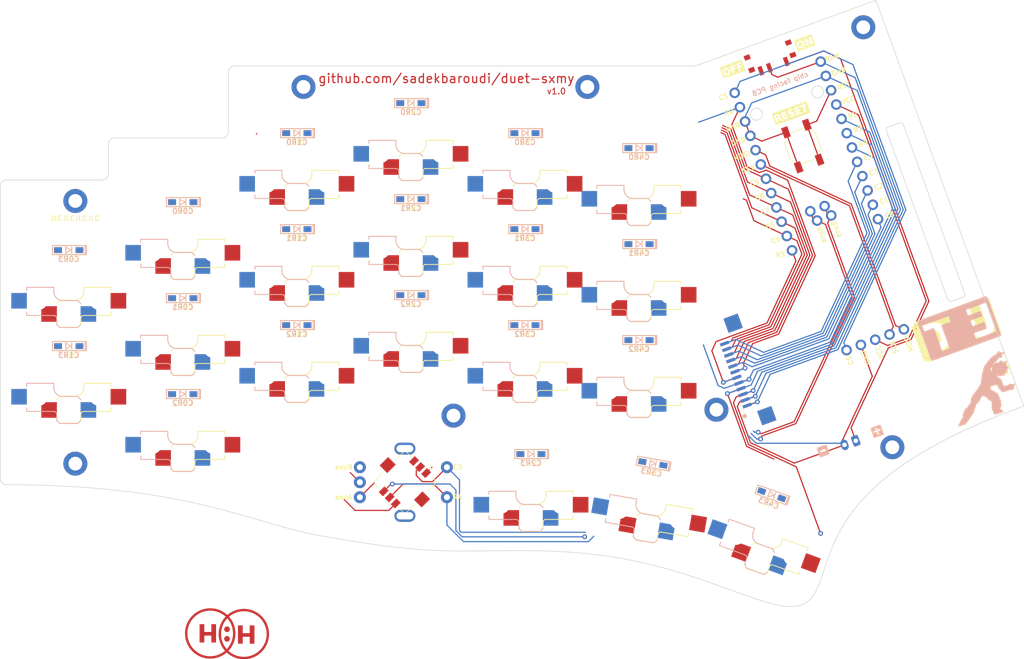
<source format=kicad_pcb>
(kicad_pcb (version 20221018) (generator pcbnew)
  (layers (0 "F.Cu" signal) (31 "B.Cu" signal) (34 "B.Paste" user) (35 "F.Paste" user) (36 "B.SilkS" user "B.Silkscreen") (37 "F.SilkS" user "F.Silkscreen") (38 "B.Mask" user) (39 "F.Mask" user) (44 "Edge.Cuts" user))
  (net 0 "")
  (net 1 "Net-(D20-A)")
  (net 2 "MOSI")
  (net 3 "GND")
  (net 4 "Net-(D1-A)")
  (net 5 "Net-(D2-A)")
  (net 6 "SCK")
  (net 7 "Net-(D3-A)")
  (net 8 "col5")
  (net 9 "Net-(D4-A)")
  (net 10 "Net-(D5-A)")
  (net 11 "row0")
  (net 12 "Net-(D6-A)")
  (net 13 "Net-(D7-A)")
  (net 14 "Net-(D8-A)")
  (net 15 "Net-(D9-A)")
  (net 16 "Net-(D10-A)")
  (net 17 "Net-(D11-A)")
  (net 18 "row1")
  (net 19 "row2")
  (net 20 "row3")
  (net 21 "Net-(D12-A)")
  (net 22 "Net-(D13-A)")
  (net 23 "Net-(D14-A)")
  (net 24 "Net-(D15-A)")
  (net 25 "col1")
  (net 26 "col0")
  (net 27 "col2")
  (net 28 "col3")
  (net 29 "col4")
  (net 30 "Net-(D16-A)")
  (net 31 "Net-(D17-A)")
  (net 32 "Net-(D18-A)")
  (net 33 "Net-(D19-A)")
  (net 34 "row4")
  (net 35 "col6")
  (net 36 "col7")
  (net 37 "col8")
  (net 38 "col9")
  (net 39 "BATIN")
  (net 40 "BAT")
  (net 41 "+3.3V")
  (net 42 "CS")
  (net 43 "RST")
  (net 45 "encA")
  (net 46 "encB")
  (footprint "fingerpunch:Switch_ChocV1-hotswap-minY-reversible" (layer "F.Cu") (at 139.840465 111.77391 -10)
    (fp_text reference "SW19" hide)
    (fp_text value "Switch" hide)
  )
  (footprint "fingerpunch:Switch_ChocV1-hotswap-minY-reversible" (layer "F.Cu") (at 42.500002 92.000002)
    (fp_text reference "SW17" hide)
    (fp_text value "Switch" hide)
  )
  (footprint "zzkeeb:Hole_M2-TH" (layer "F.Cu") (at 150.396379 97.91455 18)
    (fp_text reference "H7" hide)
    (fp_text value "MountingHole" hide)
  )
  (footprint "fingerpunch:Switch_ChocV1-hotswap-minY-reversible" (layer "F.Cu") (at 61.500009 99.999993)
    (fp_text reference "SW11" hide)
    (fp_text value "Switch" hide)
  )
  (footprint "fingerpunch:Switch_ChocV1-hotswap-minY-reversible" (layer "F.Cu") (at 118.499999 56.499998)
    (fp_text reference "SW4" hide)
    (fp_text value "Switch" hide)
  )
  (footprint "fingerpunch:Switch_ChocV1-hotswap-minY-reversible" (layer "F.Cu") (at 80.500009 56.499994)
    (fp_text reference "SW2" hide)
    (fp_text value "Switch" hide)
  )
  (footprint "fingerpunch:Switch_ChocV1-hotswap-minY-reversible" (layer "F.Cu") (at 99.500009 83.500003)
    (fp_text reference "SW13" hide)
    (fp_text value "Switch" hide)
  )
  (footprint "fingerpunch:Switch_ChocV1-hotswap-minY-reversible" (layer "F.Cu") (at 99.5 51.5)
    (fp_text reference "SW3" hide)
    (fp_text value "Switch" hide)
  )
  (footprint "zzkeeb:Switch_SPDT-PCM12" (layer "F.Cu") (at 159.43956 39.285858 -160)
    (fp_text reference "SW22" hide)
    (fp_text value "SW_SPDT" hide)
  )
  (footprint "fingerpunch:Switch_ChocV1-hotswap-minY-reversible" (layer "F.Cu") (at 137.500007 90.999997)
    (fp_text reference "SW15" hide)
    (fp_text value "Switch" hide)
  )
  (footprint "fingerpunch:Switch_ChocV1-hotswap-minY-reversible" (layer "F.Cu") (at 42.500008 75.999997)
    (fp_text reference "SW16" hide)
    (fp_text value "Switch" hide)
  )
  (footprint "zzkeeb:Connector_JST-1x02-2.00mm" (layer "F.Cu") (at 173.615074 103.085112 -160)
    (fp_text reference "J2" hide)
    (fp_text value "Conn_01x02_Socket" hide)
  )
  (footprint "fingerpunch:Switch_ChocV1-hotswap-minY-reversible" (layer "F.Cu") (at 118.500005 88.499996)
    (fp_text reference "SW14" hide)
    (fp_text value "Switch" hide)
  )
  (footprint "zzkeeb:Hole_M2-TH" (layer "F.Cu") (at 106.600008 98.89799 18)
    (fp_text reference "H6" hide)
    (fp_text value "MountingHole" hide)
  )
  (footprint "zzkeeb:Button_5way-SKRHABE010" (layer "F.Cu") (at 98.499999 110 -90)
    (fp_text reference "S1" hide)
    (fp_text value "Button_5way-SKRHABE010" hide)
  )
  (footprint "zzkeeb:MCU_nice-nano" (layer "F.Cu") (at 164.946085 54.41491 20)
    (fp_text reference "J1" hide)
    (fp_text value "N!N" hide)
  )
  (footprint "zzkeeb:Connector_FFC-12pin-1mm-horizontal" (layer "F.Cu") (at 155.046477 91.53967 110)
    (fp_text reference "J8" hide)
    (fp_text value "Conn_01x12_Socket")
  )
  (footprint "fingerpunch:Switch_ChocV1-hotswap-minY-reversible" (layer "F.Cu") (at 118.500004 72.499989)
    (fp_text reference "SW9" hide)
    (fp_text value "Switch" hide)
  )
  (footprint "zzkeeb:Hole_M2-TH" (layer "F.Cu") (at 43.601503 106.899928 18)
    (fp_text reference "H5" hide)
    (fp_text value "MountingHole" hide)
  )
  (footprint "fingerpunch:Switch_ChocV1-hotswap-minY-reversible" (layer "F.Cu") (at 159.618532 117.136369 -20)
    (fp_text reference "SW20" hide)
    (fp_text value "Switch" hide)
  )
  (footprint "fingerpunch:Switch_ChocV1-hotswap-minY-reversible" (layer "F.Cu") (at 61.500006 83.999989)
    (fp_text reference "SW6" hide)
    (fp_text value "Switch" hide)
  )
  (footprint "zzkeeb:Hole_M2-TH" (layer "F.Cu") (at 128.9 44.1 18)
    (fp_text reference "H3" hide)
    (fp_text value "MountingHole" hide)
  )
  (footprint "fingerpunch:Switch_ChocV1-hotswap-minY-reversible" (layer "F.Cu") (at 137.500008 58.999995)
    (fp_text reference "SW5" hide)
    (fp_text value "Switch" hide)
  )
  (footprint "zzkeeb:Logo_fusion-dance-left" (layer "F.Cu") (at 193.877889 94.43304 18)
    (fp_text reference "G***" hide)
    (fp_text value "LOGO" hide)
  )
  (footprint "fingerpunch:Switch_ChocV1-hotswap-minY-reversible" (layer "F.Cu") (at 119.499999 109.999999)
    (fp_text reference "SW18" hide)
    (fp_text value "Switch" hide)
  )
  (footprint "fingerpunch:Switch_ChocV1-hotswap-minY-reversible" (layer "F.Cu") (at 137.500006 74.999998)
    (fp_text reference "SW10" hide)
    (fp_text value "Switch" hide)
  )
  (footprint "zzkeeb:Hole_M2-TH" (layer "F.Cu") (at 174.863472 34.150893 18)
    (fp_text reference "H4" hide)
    (fp_text value "MountingHole" hide)
  )
  (footprint "fingerpunch:Switch_ChocV1-hotswap-minY-reversible" (layer "F.Cu") (at 61.5 67.999997)
    (fp_text reference "SW1" hide)
    (fp_text value "Switch" hide)
  )
  (footprint "fingerpunch:Switch_ChocV1-hotswap-minY-reversible" (layer "F.Cu") (at 80.500007 88.500002)
    (fp_text reference "SW12" hide)
    (fp_text value "Switch" hide)
  )
  (footprint "zzkeeb:Hole_M2-TH" (layer "F.Cu") (at 81.607457 44.099822 18)
    (fp_text reference "H2" hide)
    (fp_text value "MountingHole" hide)
  )
  (footprint "fingerpunch:Switch_ChocV1-hotswap-minY-reversible" (layer "F.Cu") (at 80.50001 72.499995)
    (fp_text reference "SW7" hide)
    (fp_text value "Switch" hide)
  )
  (footprint "zzkeeb:Button_SW_SPST_SKQG_WithoutStem" (layer "F.Cu") (at 164.775076 53.945064 -70)
    (fp_text reference "SW21" hide)
    (fp_text value "SW_Push")
  )
  (footprint "fingerpunch:Switch_ChocV1-hotswap-minY-reversible" (layer "F.Cu") (at 99.500005 67.499997)
    (fp_text reference "SW8" hide)
    (fp_text value "Switch" hide)
  )
  (footprint "zzkeeb:Hole_M2-TH" (layer "F.Cu") (at 43.598741 63.107423 18)
    (fp_text reference "H1" hide)
    (fp_text value "MountingHole" hide)
  )
  (footprint "zzkeeb:Hole_M2-TH" (layer "F.Cu") (at 179.702693 104.168353 18)
    (fp_text reference "H8" hide)
    (fp_text value "MountingHole" hide)
  )
  (footprint "zzkeeb:Connector_FFC-12pin-1mm-horizontal" (layer "B.Cu") (at 155.046477 91.53967 -70)
    (fp_text reference "J9" hide)
    (fp_text value "Conn_01x12_Socket")
  )
  (footprint "zzkeeb:Diode_1N4148-SOD123-reversible-flip3d" (layer "B.Cu") (at 118.500005 67.799999 180)
    (fp_text reference "D9" hide)
    (fp_text value "D" hide)
  )
  (footprint "zzkeeb:Diode_1N4148-SOD123-reversible-flip3d" (layer "B.Cu") (at 80.500004 83.800003 180)
    (fp_text reference "D12" hide)
    (fp_text value "D" hide)
  )
  (footprint "zzkeeb:Diode_1N4148-SOD123-reversible-flip3d" (layer "B.Cu") (at 61.500007 63.299998 180)
    (fp_text reference "D1" hide)
    (fp_text value "D" hide)
  )
  (footprint "zzkeeb:Diode_1N4148-SOD123-reversible-flip3d" (layer "B.Cu") (at 139.816149 106.871406 170)
    (fp_text reference "D19" hide)
    (fp_text value "D" hide)
  )
  (footprint "zzkeeb:Diode_1N4148-SOD123-reversible-flip3d" (layer "B.Cu") (at 99.500007 78.799995 180)
    (fp_text reference "D13" hide)
    (fp_text value "D" hide)
  )
  (footprint "zzkeeb:Diode_1N4148-SOD123-reversible-flip3d" (layer "B.Cu") (at 99.500008 46.799995 180)
    (fp_text reference "D3" hide)
    (fp_text value "D" hide)
  )
  (footprint "zzkeeb:Diode_1N4148-SOD123-reversible-flip3d" (layer "B.Cu") (at 118.500006 83.799992 180)
    (fp_text reference "D14" hide)
    (fp_text value "D" hide)
  )
  (footprint "zzkeeb:Diode_1N4148-SOD123-reversible-flip3d" (layer "B.Cu") (at 137.500005 70.300003 180)
    (fp_text reference "D10" hide)
    (fp_text value "D" hide)
  )
  (footprint "zzkeeb:Logo_fusion-dance-right" (layer "B.Cu") (at 193.877889 94.43304 -162)
    (fp_text reference "G***" hide)
    (fp_text value "LOGO" hide)
  )
  (footprint "zzkeeb:Diode_1N4148-SOD123-reversible-flip3d" (layer "B.Cu") (at 159.607506 112.083444 160)
    (fp_text reference "D20" hide)
    (fp_text value "D" hide)
  )
  (footprint "zzkeeb:Diode_1N4148-SOD123-reversible-flip3d" (layer "B.Cu") (at 118.499999 51.800003 180)
    (fp_text reference "D4" hide)
    (fp_text value "D" hide)
  )
  (footprint "zzkeeb:Diode_1N4148-SOD123-reversible-flip3d" (layer "B.Cu") (at 61.500003 95.299996 180)
    (fp_text reference "D11" hide)
    (fp_text value "D" hide)
  )
  (footprint "zzkeeb:Diode_1N4148-SOD123-reversible-flip3d" (layer "B.Cu") (at 80.500017 67.799999 180)
    (fp_text reference "D7" hide)
    (fp_text value "D" hide)
  )
  (footprint "zzkeeb:RotaryEncoder_EC11" (layer "B.Cu") (at 98.499999 110)
    (fp_text reference "SW23" hide)
    (fp_text value "RotaryEncoder_Switch" hide)
  )
  (footprint "zzkeeb:Diode_1N4148-SOD123-reversible-flip3d" (layer "B.Cu") (at 137.500011 54.3 180)
    (fp_text reference "D5" hide)
    (fp_text value "D" hide)
  )
  (footprint "zzkeeb:Diode_1N4148-SOD123-reversible-flip3d" (layer "B.Cu") (at 137.500018 86.299994 180)
    (fp_text reference "D15" hide)
    (fp_text value "D" hide)
  )
  (footprint "zzkeeb:Diode_1N4148-SOD123-reversible-flip3d" (layer "B.Cu") (at 99.500007 62.799992 180)
    (fp_text reference "D8" hide)
    (fp_text value "D" hide)
  )
  (footprint "zzkeeb:Diode_1N4148-SOD123-reversible-flip3d" (layer "B.Cu") (at 80.500004 51.799996 180)
    (fp_text reference "D2" hide)
    (fp_text value "D" hide)
  )
  (footprint "zzkeeb:Diode_1N4148-SOD123-reversible-flip3d" (layer "B.Cu") (at 42.500006 71.299997 180)
    (fp_text reference "D16" hide)
    (fp_text value "D" hide)
  )
  (footprint "zzkeeb:Diode_1N4148-SOD123-reversible-flip3d" (layer "B.Cu") (at 119.500014 105.299993 180)
    (fp_text reference "D18" hide)
    (fp_text value "D" hide)
  )
  (footprint "zzkeeb:Diode_1N4148-SOD123-reversible-flip3d" (layer "B.Cu") (at 42.500008 87.3 180)
    (fp_text reference "D17" hide)
    (fp_text value "D" hide)
  )
  (footprint "zzkeeb:Diode_1N4148-SOD123-reversible-flip3d" (layer "B.Cu") (at 61.500001 79.299997 180)
    (fp_text reference "D6" hide)
    (fp_text value "D" hide)
  )
  (footprint "zzkeeb:Display_nice-view" (layer "B.Cu") (at 171.21335 70.756924 -160)
    (fp_text reference "J4")
    (fp_text value "Display_nice-view" hide)
  )
  (gr_circle (center 71.670009 135.31) (end 67.67 135.31) (stroke (width 0.4)) (fill none) (layer "F.Cu"))
  (gr_circle (center 68.870003 136.110001) (end 68.470007 136.110001) (stroke (width 0.15)) (fill solid) (layer "F.Cu"))
  (gr_circle (center 68.870007 134.510001) (end 68.470002 134.509998) (stroke (width 0.15)) (fill solid) (layer "F.Cu"))
  (gr_circle (center 66.070001 135.21) (end 62.070004 135.209995) (stroke (width 0.4)) (fill none) (layer "F.Cu"))
  (gr_poly (pts (xy 184.177646 83.277985) (xy 195.266015 79.242147) (xy 197.523351 85.444116) (xy 186.434978 89.479957)) (stroke (width 0.5)) (fill none) (layer "B.SilkS"))
  (gr_poly (pts (xy 167.68223 105.350911) (xy 168.90383 104.906284) (xy 169.006435 105.188193) (xy 167.784838 105.632819)) (stroke (width 0.15)) (fill solid) (layer "B.SilkS"))
  (gr_poly (pts (xy 176.233086 101.068054) (xy 177.642628 100.555026) (xy 178.155654 101.964566) (xy 176.746116 102.477595)) (stroke (width 0.25)) (fill none) (layer "B.SilkS"))
  (gr_poly (pts (xy 167.340208 104.411219) (xy 168.56181 103.966591) (xy 168.664423 104.248498) (xy 167.442815 104.693126)) (stroke (width 0.15)) (fill solid) (layer "B.SilkS"))
  (gr_poly (pts (xy 167.212041 104.351449) (xy 168.621576 103.838422) (xy 169.134606 105.247959) (xy 167.725068 105.760987)) (stroke (width 0.2)) (fill none) (layer "B.SilkS"))
  (gr_poly (pts (xy 154.484409 39.705954) (xy 151.101515 40.937226) (xy 151.682946 42.534705) (xy 155.065847 41.30343)) (stroke (width 0.25)) (fill none) (layer "F.SilkS"))
  (gr_poly (pts (xy 168.565429 103.956933) (xy 167.343827 104.401559) (xy 167.446427 104.68347) (xy 168.668035 104.23884)) (stroke (width 0.15)) (fill solid) (layer "F.SilkS"))
  (gr_poly (pts (xy 168.625192 103.828762) (xy 167.215659 104.341792) (xy 167.728687 105.75133) (xy 169.138224 105.238298)) (stroke (width 0.2)) (fill none) (layer "F.SilkS"))
  (gr_poly (pts (xy 177.565356 100.585694) (xy 176.155817 101.098729) (xy 176.66885 102.508267) (xy 178.078389 101.995236)) (stroke (width 0.25)) (fill none) (layer "F.SilkS"))
  (gr_poly (pts (xy 166.718033 37.062381) (xy 164.086888 38.020039) (xy 163.505465 36.42256) (xy 166.136597 35.464904)) (stroke (width 0.25)) (fill none) (layer "F.SilkS"))
  (gr_poly (pts (xy 183.613827 83.483197) (xy 195.266015 79.242147) (xy 197.523351 85.444116) (xy 185.871159 89.685172)) (stroke (width 0.5)) (fill none) (layer "F.SilkS"))
  (gr_poly (pts (xy 168.907448 104.896627) (xy 167.685847 105.341252) (xy 167.788455 105.62316) (xy 169.010052 105.178536)) (stroke (width 0.15)) (fill solid) (layer "F.SilkS"))
  (gr_poly (pts (xy 165.302617 46.623063) (xy 159.75843 48.640983) (xy 160.374067 50.33243) (xy 165.918257 48.314509)) (stroke (width 0.25)) (fill none) (layer "F.SilkS"))
  (gr_line (start 178.719568 51.419872) (end 188.945973 79.516678) (stroke (width 0.1)) (layer "Edge.Cuts"))
  (gr_curve (pts (xy 201.595614 97.313223) (xy 196.42727 99.193738) (xy 191.015166 101.46189) (xy 186.189904 104.165388)) (stroke (width 0.1)) (layer "Edge.Cuts"))
  (gr_curve (pts (xy 65.34037 113.897952) (xy 56.59347 111.806072) (xy 46.547435 110.461034) (xy 32.09592 110.40202)) (stroke (width 0.1)) (layer "Edge.Cuts"))
  (gr_arc (start 49.1 53.599999) (mid 49.392894 52.892893) (end 50.1 52.599999) (stroke (width 0.1)) (layer "Edge.Cuts"))
  (gr_curve (pts (xy 147.323768 126.034831) (xy 141.657936 124.135338) (xy 136.067166 122.68425) (xy 129.31663 121.953008)) (stroke (width 0.1)) (layer "Edge.Cuts"))
  (gr_line (start 183.231171 55.043986) (end 181.538647 50.393809) (stroke (width 0.1)) (layer "Edge.Cuts"))
  (gr_arc (start 69.099999 41.599999) (mid 69.392893 40.892893) (end 70.099999 40.599999) (stroke (width 0.1)) (layer "Edge.Cuts"))
  (gr_curve (pts (xy 110.100001 121.464097) (xy 103.492971 121.510758) (xy 98.123311 121.328081) (xy 85.8 119.16)) (stroke (width 0.1)) (layer "Edge.Cuts"))
  (gr_curve (pts (xy 166.979608 128.144266) (xy 166.664624 128.745692) (xy 166.300032 129.270213) (xy 165.84127 129.686931)) (stroke (width 0.1)) (layer "Edge.Cuts"))
  (gr_line (start 31.1 109.402029) (end 31.100002 60.599998) (stroke (width 0.1)) (layer "Edge.Cuts"))
  (gr_curve (pts (xy 170.113158 119.897688) (xy 168.56375 123.273806) (xy 168.011591 126.173804) (xy 166.979608 128.144266)) (stroke (width 0.1)) (layer "Edge.Cuts"))
  (gr_line (start 70.099999 40.599999) (end 146.899999 40.599999) (stroke (width 0.1)) (layer "Edge.Cuts"))
  (gr_curve (pts (xy 31.388269 110.104481) (xy 31.479741 110.197158) (xy 31.588442 110.271084) (xy 31.708241 110.322098)) (stroke (width 0.1)) (layer "Edge.Cuts"))
  (gr_arc (start 69.099999 51.6) (mid 68.807106 52.307106) (end 68.100001 52.599997) (stroke (width 0.1)) (layer "Edge.Cuts"))
  (gr_curve (pts (xy 31.708241 110.322098) (xy 31.830847 110.374303) (xy 31.962661 110.401477) (xy 32.09592 110.40202)) (stroke (width 0.1)) (layer "Edge.Cuts"))
  (gr_curve (pts (xy 129.31663 121.953008) (xy 122.340997 121.197382) (xy 116.065578 121.421968) (xy 110.100001 121.464097)) (stroke (width 0.1)) (layer "Edge.Cuts"))
  (gr_curve (pts (xy 164.553554 130.45701) (xy 164.014063 130.648441) (xy 163.440547 130.722376) (xy 162.869971 130.727891)) (stroke (width 0.1)) (layer "Edge.Cuts"))
  (gr_arc (start 189.586828 79.815516) (mid 189.204515 79.798837) (end 188.945973 79.516678) (stroke (width 0.1)) (layer "Edge.Cuts"))
  (gr_curve (pts (xy 31.1 109.402029) (xy 31.1 109.532244) (xy 31.125437 109.661213) (xy 31.17487 109.781679)) (stroke (width 0.1)) (layer "Edge.Cuts"))
  (gr_arc (start 49.1 58.6) (mid 48.807108 59.307106) (end 48.100003 59.599999) (stroke (width 0.1)) (layer "Edge.Cuts"))
  (gr_line (start 69.099999 51.6) (end 69.099999 41.599999) (stroke (width 0.1)) (layer "Edge.Cuts"))
  (gr_line (start 49.1 58.6) (end 49.1 53.599999) (stroke (width 0.1)) (layer "Edge.Cuts"))
  (gr_line (start 32.100006 59.599998) (end 48.100003 59.599999) (stroke (width 0.1)) (layer "Edge.Cuts"))
  (gr_arc (start 178.719568 51.419872) (mid 178.736284 51.037562) (end 179.018405 50.779014) (stroke (width 0.1)) (layer "Edge.Cuts"))
  (gr_line (start 184.528909 50.42283) (end 194.037066 76.546287) (stroke (width 0.1)) (layer "Edge.Cuts"))
  (gr_arc (start 180.89779 50.094974) (mid 181.280119 50.111667) (end 181.538647 50.393809) (stroke (width 0.1)) (layer "Edge.Cuts"))
  (gr_arc (start 191.764981 78.490433) (mid 191.746424 78.87715) (end 191.457356 79.134699) (stroke (width 0.1)) (layer "Edge.Cuts"))
  (gr_line (start 50.1 52.599999) (end 68.100001 52.599997) (stroke (width 0.1)) (layer "Edge.Cuts"))
  (gr_curve (pts (xy 162.869971 130.727891) (xy 161.924502 130.737028) (xy 160.845454 130.559988) (xy 159.619763 130.245754)) (stroke (width 0.1)) (layer "Edge.Cuts"))
  (gr_line (start 189.586828 79.815516) (end 191.457356 79.134699) (stroke (width 0.1)) (layer "Edge.Cuts"))
  (gr_curve (pts (xy 186.189904 104.165388) (xy 182.756546 106.089031) (xy 179.361267 108.375662) (xy 176.493481 111.099479)) (stroke (width 0.1)) (layer "Edge.Cuts"))
  (gr_curve (pts (xy 176.493481 111.099479) (xy 173.247973 114.182049) (xy 171.369261 117.160676) (xy 170.113158 119.897688)) (stroke (width 0.1)) (layer "Edge.Cuts"))
  (gr_curve (pts (xy 159.619763 130.245754) (xy 156.464544 129.436842) (xy 152.359343 127.723028) (xy 147.323768 126.034831)) (stroke (width 0.1)) (layer "Edge.Cuts"))
  (gr_circle (center 157.076885 48.642588) (end 158.07688 48.642588) (stroke (width 0.1)) (fill none) (layer "Edge.Cuts"))
  (gr_line (start 176.970163 29.655355) (end 184.528909 50.42283) (stroke (width 0.1)) (layer "Edge.Cuts"))
  (gr_arc (start 31.100002 60.599998) (mid 31.392897 59.892892) (end 32.100006 59.599998) (stroke (width 0.1)) (layer "Edge.Cuts"))
  (gr_circle (center 167.263149 44.935091) (end 168.263148 44.93509) (stroke (width 0.1)) (fill none) (layer "Edge.Cuts"))
  (gr_curve (pts (xy 165.84127 129.686931) (xy 165.461932 130.031503) (xy 165.035924 130.285844) (xy 164.553554 130.45701)) (stroke (width 0.1)) (layer "Edge.Cuts"))
  (gr_line (start 146.899999 40.599999) (end 176.970163 29.655355) (stroke (width 0.1)) (layer "Edge.Cuts"))
  (gr_curve (pts (xy 31.17487 109.781679) (xy 31.224305 109.902146) (xy 31.296799 110.011803) (xy 31.388269 110.104481)) (stroke (width 0.1)) (layer "Edge.Cuts"))
  (gr_line (start 191.764981 78.490433) (end 183.231171 55.043986) (stroke (width 0.1)) (layer "Edge.Cuts"))
  (gr_line (start 194.037066 76.546287) (end 201.595614 97.313223) (stroke (width 0.1)) (layer "Edge.Cuts"))
  (gr_curve (pts (xy 85.8 119.16) (xy 79.40893 118.184372) (xy 73.506632 115.850967) (xy 65.34037 113.897952)) (stroke (width 0.1)) (layer "Edge.Cuts"))
  (gr_line (start 180.89779 50.094974) (end 179.018405 50.779014) (stroke (width 0.1)) (layer "Edge.Cuts"))
  (gr_text "H" (at 72.070006 135.109998 180) (layer "F.Cu") (effects (font (size 3 3) (thickness 0.44) bold)))
  (gr_text "github.com/sadekbaroudi/duet-sxmy" (at 126.86 42.69) (layer "F.Cu") (effects (font (size 1.5 1.5) (thickness 0.2)) (justify right)))
  (gr_text "v1.0" (at 125.41 44.82) (layer "F.Cu") (effects (font (size 1 1)) (justify right)))
  (gr_text "H" (at 65.670007 134.910005 180) (layer "F.Cu") (effects (font (size 3 3) (thickness 0.44) bold)))
  (gr_text "+" (at 177.177274 101.469326 20) (layer "B.SilkS" knockout) (effects (font (size 1.5 1.5) (thickness 0.2) bold) (justify mirror)))
  (gr_text "-" (at 168.156225 104.75272 20) (layer "B.SilkS" knockout) (effects (font (size 2.1 2.1) (thickness 0.2) bold) (justify mirror)))
  (gr_text "E T" (at 191.303412 84.728293 20) (layer "B.SilkS" knockout) (effects (font (size 5 5) (thickness 0.3) bold) (justify mirror)))
  (gr_text "chip facing PCB" (at 161.012849 43.608445 20) (layer "B.SilkS") (effects (font (size 0.8 0.8)) (justify mirror)))
  (gr_text "RESET" (at 162.82556 48.588816 20) (layer "F.SilkS" knockout) (effects (font (size 1.2 1.2) (thickness 0.2) bold)))
  (gr_text "C6" (at 158.567916 67.590986 20) (layer "F.SilkS") (effects (font (size 0.8 0.8)) (justify left)))
  (gr_text "C5" (at 108.2 107.5) (layer "F.SilkS") (effects (font (size 0.8 0.8)) (justify right)))
  (gr_text "R4" (at 108.2 112.5) (layer "F.SilkS") (effects (font (size 0.8 0.8)) (justify right)))
  (gr_text "D U" (at 190.551658 85.001908 20) (layer "F.SilkS" knockout) (effects (font (size 5 5) (thickness 0.3) bold)))
  (gr_text "encA" (at 168.445053 70.168235 110) (layer "F.SilkS") (effects (font (size 0.8 0.8)) (justify left)))
  (gr_text "+" (at 177.1 101.5 20) (layer "F.SilkS" knockout) (effects (font (size 1.5 1.5) (thickness 0.2) bold)))
  (gr_text "-" (at 168.159837 104.743064 20) (layer "F.SilkS" knockout) (effects (font (size 2.1 2.1) (thickness 0.2) bold)))
  (gr_text "JLCJLCJLCJLC" (at 43.5 66) (layer "F.SilkS") (effects (font (size 0.8 0.8))))
  (gr_text "encB" (at 86.8 107.5) (layer "F.SilkS") (effects (font (size 0.8 0.8)) (justify left)))
  (gr_text "encB" (at 170.888254 69.278982 110) (layer "F.SilkS") (effects (font (size 0.8 0.8)) (justify left)))
  (gr_text "OFF\n" (at 153.134978 41.261284 20) (layer "F.SilkS" knockout) (effects (font (size 1.2 1.2) (thickness 0.2) bold)))
  (gr_text "ON\n" (at 165.163045 36.883428 20) (layer "F.SilkS" knockout) (effects (font (size 1.2 1.2) (thickness 0.2) bold)))
  (gr_text "encA" (at 86.8 112.5) (layer "F.SilkS") (effects (font (size 0.8 0.8)) (justify left)))
  (segment (start 156.916895 54.634285) (end 158.608756 55.423212) (width 0.2) (layer "F.Cu") (net 2))
  (segment (start 180.239224 83.860106) (end 181.623481 84.505596) (width 0.2) (layer "F.Cu") (net 2))
  (segment (start 158.608756 55.423212) (end 159.284011 57.27846) (width 0.2) (layer "F.Cu") (net 2))
  (segment (start 159.284011 57.27846) (end 172.870167 63.613788) (width 0.2) (layer "F.Cu") (net 2))
  (segment (start 172.870167 63.613788) (end 180.239224 83.860106) (width 0.2) (layer "F.Cu") (net 2))
  (segment (start 164.096907 57.490849) (end 161.976382 51.664755) (width 0.2) (layer "F.Cu") (net 3))
  (segment (start 156.066666 103.406399) (end 163.372426 106.813131) (width 0.2) (layer "F.Cu") (net 3))
  (segment (start 156.867478 95.66568) (end 156.86748 95.665682) (width 0.2) (layer "F.Cu") (net 3))
  (segment (start 155.176029 96.281317) (end 154.236342 96.623336) (width 0.2) (layer "F.Cu") (net 3))
  (segment (start 174.463023 87.111789) (end 176.364653 92.336475) (width 0.2) (layer "F.Cu") (net 3))
  (segment (start 154.236342 96.623336) (end 153.877738 97.392366) (width 0.2) (layer "F.Cu") (net 3))
  (segment (start 155.179434 49.860646) (end 156.048165 52.247465) (width 0.2) (layer "F.Cu") (net 3))
  (segment (start 155.176029 96.281317) (end 156.867478 95.66568) (width 0.2) (layer "F.Cu") (net 3))
  (segment (start 157.945101 53.132021) (end 161.976382 51.664755) (width 0.2) (layer "F.Cu") (net 3))
  (segment (start 171.427872 102.923434) (end 171.735688 103.769153) (width 0.2) (layer "F.Cu") (net 3))
  (segment (start 163.372426 106.813131) (end 171.735688 103.769153) (width 0.2) (layer "F.Cu") (net 3))
  (segment (start 176.364653 92.336475) (end 171.427872 102.923434) (width 0.2) (layer "F.Cu") (net 3))
  (segment (start 89.400001 108.400001) (end 90.999999 110) (width 0.2) (layer "F.Cu") (net 3))
  (segment (start 153.877738 97.392366) (end 156.066666 103.406399) (width 0.2) (layer "F.Cu") (net 3))
  (segment (start 156.048165 52.247465) (end 157.945101 53.132021) (width 0.2) (layer "F.Cu") (net 3))
  (via (at 156.86748 95.665682) (size 0.8) (drill 0.4) (layers "F.Cu" "B.Cu") (net 3))
  (segment (start 156.867478 95.66568) (end 156.86748 95.665682) (width 0.2) (layer "B.Cu") (net 3))
  (segment (start 171.466537 103.5) (end 171.735689 103.769152) (width 0.2) (layer "B.Cu") (net 3))
  (segment (start 173.861006 44.699944) (end 168.631618 42.261439) (width 0.2) (layer "B.Cu") (net 3))
  (segment (start 168.631618 42.261439) (end 156.265263 46.762424) (width 0.2) (layer "B.Cu") (net 3))
  (segment (start 157 103.5) (end 171.466537 103.5) (width 0.2) (layer "B.Cu") (net 3))
  (segment (start 155.022105 49.428388) (end 155.179434 49.860646) (width 0.2) (layer "B.Cu") (net 3))
  (segment (start 158.660498 91.820543) (end 170.312686 87.579494) (width 0.2) (layer "B.Cu") (net 3))
  (segment (start 155.75 102.25) (end 157 103.5) (width 0.2) (layer "B.Cu") (net 3))
  (segment (start 170.312686 87.579494) (end 181.07079 64.508664) (width 0.2) (layer "B.Cu") (net 3))
  (segment (start 156.86748 95.665682) (end 158.660498 91.820543) (width 0.2) (layer "B.Cu") (net 3))
  (segment (start 181.07079 64.508664) (end 173.861006 44.699944) (width 0.2) (layer "B.Cu") (net 3))
  (segment (start 155.176029 96.281317) (end 156.867478 95.66568) (width 0.2) (layer "B.Cu") (net 3))
  (segment (start 156.265263 46.762424) (end 155.022105 49.428388) (width 0.2) (layer "B.Cu") (net 3))
  (segment (start 179.870191 84.015719) (end 179.236661 85.374328) (width 0.2) (layer "F.Cu") (net 6))
  (segment (start 172.550958 63.90629) (end 179.870191 84.015719) (width 0.2) (layer "F.Cu") (net 6))
  (segment (start 157.785627 57.021103) (end 172.550958 63.90629) (width 0.2) (layer "F.Cu") (net 6))
  (segment (start 100.400001 108.099999) (end 100.4 108.899999) (width 0.2) (layer "F.Cu") (net 8))
  (segment (start 153.12253 85.961283) (end 152.883461 86.473967) (width 0.2) (layer "F.Cu") (net 8))
  (segment (start 162.129283 68.9552) (end 163.821144 69.744128) (width 0.2) (layer "F.Cu") (net 8))
  (segment (start 162.129285 68.955199) (end 156.643547 66.39716) (width 0.2) (layer "F.Cu") (net 8))
  (segment (start 154.892755 62.756408) (end 155.405437 62.995475) (width 0.2) (layer "F.Cu") (net 8))
  (segment (start 159.136565 83.772354) (end 153.12253 85.961283) (width 0.2) (layer "F.Cu") (net 8))
  (segment (start 156.643547 66.39716) (end 155.405437 62.995475) (width 0.2) (layer "F.Cu") (net 8))
  (segment (start 154.890421 62.749994) (end 154.892755 62.756408) (width 0.2) (layer "F.Cu") (net 8))
  (segment (start 103.099999 109.899999) (end 105.499999 107.499999) (width 0.2) (layer "F.Cu") (net 8))
  (segment (start 101.027905 107.472094) (end 100.400001 108.099999) (width 0.2) (layer "F.Cu") (net 8))
  (segment (start 100.4 108.899999) (end 101.400001 109.9) (width 0.2) (layer "F.Cu") (net 8))
  (segment (start 164.635151 71.980596) (end 159.136565 83.772354) (width 0.2) (layer "F.Cu") (net 8))
  (segment (start 152.883461 86.473967) (end 151.755827 86.884392) (width 0.2) (layer "F.Cu") (net 8))
  (segment (start 101.400001 109.9) (end 103.099999 109.899999) (width 0.2) (layer "F.Cu") (net 8))
  (segment (start 163.821144 69.744128) (end 164.635151 71.980596) (width 0.2) (layer "F.Cu") (net 8))
  (segment (start 105.499999 107.499999) (end 107.6 109.600001) (width 0.2) (layer "B.Cu") (net 8))
  (segment (start 161.985048 68.474291) (end 162.371149 68.654331) (width 0.2) (layer "B.Cu") (net 8))
  (segment (start 107.6 109.600001) (end 107.6 118.099999) (width 0.2) (layer "B.Cu") (net 8))
  (segment (start 107.6 118.099999) (end 107.844271 118.34427) (width 0.2) (layer "B.Cu") (net 8))
  (segment (start 107.844271 118.34427) (end 128.579658 118.34427) (width 0.2) (layer "B.Cu") (net 8))
  (segment (start 156.437712 86.883012) (end 160.760298 85.309719) (width 0.2) (layer "F.Cu") (net 11))
  (segment (start 155.503214 57.4165) (end 152.94801 50.396133) (width 0.2) (layer "F.Cu") (net 11))
  (segment (start 160.760298 85.309719) (end 166.856557 72.236248) (width 0.2) (layer "F.Cu") (net 11))
  (segment (start 162.273487 59.644368) (end 158.684692 57.970885) (width 0.2) (layer "F.Cu") (net 11))
  (segment (start 154.883764 90.215465) (end 156.437712 86.883012) (width 0.2) (layer "F.Cu") (net 11))
  (segment (start 158.684692 57.970885) (end 157.565592 58.378204) (width 0.2) (layer "F.Cu") (net 11))
  (segment (start 153.465928 91.582855) (end 155.157377 90.967218) (width 0.2) (layer "F.Cu") (net 11))
  (segment (start 166.856557 72.236248) (end 162.273487 59.644368) (width 0.2) (layer "F.Cu") (net 11))
  (segment (start 152.94801 50.396133) (end 154.310703 47.473827) (width 0.2) (layer "F.Cu") (net 11))
  (segment (start 155.157379 90.967219) (end 154.883764 90.215465) (width 0.2) (layer "F.Cu") (net 11))
  (segment (start 155.157377 90.967218) (end 155.157379 90.967219) (width 0.2) (layer "F.Cu") (net 11))
  (segment (start 157.565592 58.378204) (end 155.503214 57.4165) (width 0.2) (layer "F.Cu") (net 11))
  (via (at 155.157379 90.967219) (size 0.8) (drill 0.4) (layers "F.Cu" "B.Cu") (net 11))
  (segment (start 155.157377 90.967218) (end 155.157379 90.967219) (width 0.2) (layer "B.Cu") (net 11))
  (segment (start 154.310702 47.473826) (end 147.479874 49.960045) (width 0.2) (layer "B.Cu") (net 11))
  (segment (start 147.479874 49.960045) (end 147.466048 49.9536) (width 0.2) (layer "B.Cu") (net 11))
  (segment (start 153.465928 91.582855) (end 155.157377 90.967218) (width 0.2) (layer "B.Cu") (net 11))
  (segment (start 150.354585 86.543062) (end 158.811818 83.464881) (width 0.2) (layer "F.Cu") (net 18))
  (segment (start 151.552691 93.343396) (end 151.552691 93.343394) (width 0.2) (layer "F.Cu") (net 18))
  (segment (start 149.637378 88.081118) (end 150.354585 86.543062) (width 0.2) (layer "F.Cu") (net 18))
  (segment (start 163.641012 73.108641) (end 162.998014 71.34202) (width 0.2) (layer "F.Cu") (net 18))
  (segment (start 158.811818 83.464881) (end 163.641012 73.108641) (width 0.2) (layer "F.Cu") (net 18))
  (segment (start 151.552691 93.343396) (end 149.637378 88.081118) (width 0.2) (layer "F.Cu") (net 18))
  (segment (start 151.552691 93.343394) (end 153.807948 92.522547) (width 0.2) (layer "F.Cu") (net 18))
  (via (at 151.552691 93.343396) (size 0.8) (drill 0.4) (layers "F.Cu" "B.Cu") (net 18))
  (segment (start 151.552691 93.343394) (end 153.807948 92.522547) (width 0.2) (layer "B.Cu") (net 18))
  (segment (start 151.552691 93.343396) (end 151.552691 93.343394) (width 0.2) (layer "B.Cu") (net 18))
  (segment (start 154.149968 93.46224) (end 155.841419 92.846603) (width 0.2) (layer "F.Cu") (net 19))
  (via (at 155.841419 92.846603) (size 0.8) (drill 0.4) (layers "F.Cu" "B.Cu") (net 19))
  (segment (start 176.666606 55.916834) (end 172.975273 54.195536) (width 0.2) (layer "B.Cu") (net 19))
  (segment (start 151.706769 94.351492) (end 154.149968 93.46224) (width 0.2) (layer "B.Cu") (net 19))
  (segment (start 169.338446 86.657075) (end 179.737947 64.355273) (width 0.2) (layer "B.Cu") (net 19))
  (segment (start 156.558625 91.30855) (end 169.338446 86.657075) (width 0.2) (layer "B.Cu") (net 19))
  (segment (start 150.681402 93.873355) (end 151.706769 94.351492) (width 0.2) (layer "B.Cu") (net 19))
  (segment (start 148.218857 87.107568) (end 150.681402 93.873355) (width 0.2) (layer "B.Cu") (net 19))
  (segment (start 179.737947 64.355273) (end 176.666606 55.916834) (width 0.2) (layer "B.Cu") (net 19))
  (segment (start 154.149968 93.46224) (end 155.841419 92.846603) (width 0.2) (layer "B.Cu") (net 19))
  (segment (start 155.841419 92.846603) (end 156.558625 91.30855) (width 0.2) (layer "B.Cu") (net 19))
  (segment (start 152.236732 95.222778) (end 154.491988 94.401933) (width 0.2) (layer "F.Cu") (net 20))
  (segment (start 152.236731 95.222782) (end 155.439984 104.023647) (width 0.2) (layer "F.Cu") (net 20))
  (segment (start 155.439984 104.023647) (end 159.969955 106.136008) (width 0.2) (layer "F.Cu") (net 20))
  (segment (start 152.236731 95.222782) (end 152.236732 95.222778) (width 0.2) (layer "F.Cu") (net 20))
  (via (at 152.236731 95.222782) (size 0.8) (drill 0.4) (layers "F.Cu" "B.Cu") (net 20))
  (segment (start 176.310561 53.769084) (end 180.182229 64.406403) (width 0.2) (layer "B.Cu") (net 20))
  (segment (start 156.183441 93.786294) (end 154.491988 94.401933) (width 0.2) (layer "B.Cu") (net 20))
  (segment (start 169.663193 86.964548) (end 157.25925 91.479214) (width 0.2) (layer "B.Cu") (net 20))
  (segment (start 172.106543 51.808718) (end 176.310561 53.769084) (width 0.2) (layer "B.Cu") (net 20))
  (segment (start 152.236731 95.222782) (end 152.236732 95.222778) (width 0.2) (layer "B.Cu") (net 20))
  (segment (start 180.182229 64.406403) (end 169.663193 86.964548) (width 0.2) (layer "B.Cu") (net 20))
  (segment (start 157.25925 91.479214) (end 156.183441 93.786294) (width 0.2) (layer "B.Cu") (net 20))
  (segment (start 152.236732 95.222778) (end 154.491988 94.401933) (width 0.2) (layer "B.Cu") (net 20))
  (segment (start 175.661271 65.434675) (end 176.450199 63.742814) (width 0.2) (layer "B.Cu") (net 25))
  (segment (start 154.473337 89.087832) (end 156.780423 90.163644) (width 0.2) (layer "B.Cu") (net 25))
  (segment (start 176.805563 68.57859) (end 175.661271 65.434675) (width 0.2) (layer "B.Cu") (net 25))
  (segment (start 168.776243 85.797523) (end 176.805563 68.57859) (width 0.2) (layer "B.Cu") (net 25))
  (segment (start 152.781888 89.703469) (end 154.473337 89.087832) (width 0.2) (layer "B.Cu") (net 25))
  (segment (start 156.780423 90.163644) (end 168.776243 85.797523) (width 0.2) (layer "B.Cu") (net 25))
  (segment (start 169.133235 86.093259) (end 177.811439 67.48279) (width 0.2) (layer "B.Cu") (net 26))
  (segment (start 153.123908 90.643162) (end 153.12391 90.643163) (width 0.2) (layer "B.Cu") (net 26))
  (segment (start 177.811439 67.48279) (end 177.318929 66.129632) (width 0.2) (layer "B.Cu") (net 26))
  (segment (start 156.343973 90.74817) (end 169.133235 86.093259) (width 0.2) (layer "B.Cu") (net 26))
  (segment (start 153.12391 90.643163) (end 154.805917 90.030963) (width 0.2) (layer "B.Cu") (net 26))
  (segment (start 154.805917 90.030963) (end 156.343973 90.74817) (width 0.2) (layer "B.Cu") (net 26))
  (segment (start 152.439867 88.763776) (end 154.131316 88.14814) (width 0.2) (layer "B.Cu") (net 27))
  (segment (start 154.131316 88.14814) (end 157.20743 89.582555) (width 0.2) (layer "B.Cu") (net 27))
  (segment (start 174.55347 63.560539) (end 175.581467 61.355994) (width 0.2) (layer "B.Cu") (net 27))
  (segment (start 157.20743 89.582555) (end 168.483741 85.478313) (width 0.2) (layer "B.Cu") (net 27))
  (segment (start 168.483741 85.478313) (end 176.373017 68.559704) (width 0.2) (layer "B.Cu") (net 27))
  (segment (start 176.373017 68.559704) (end 174.55347 63.560539) (width 0.2) (layer "B.Cu") (net 27))
  (segment (start 168.158994 85.17084) (end 175.928737 68.508574) (width 0.2) (layer "B.Cu") (net 28))
  (segment (start 175.928737 68.508574) (end 173.445671 61.686406) (width 0.2) (layer "B.Cu") (net 28))
  (segment (start 152.089449 87.820166) (end 152.097859 87.824085) (width 0.2) (layer "B.Cu") (net 28))
  (segment (start 152.097847 87.824085) (end 153.977235 87.140043) (width 0.2) (layer "B.Cu") (net 28))
  (segment (start 173.445671 61.686406) (end 174.712736 58.969174) (width 0.2) (layer "B.Cu") (net 28))
  (segment (start 157.822376 88.933062) (end 168.158994 85.17084) (width 0.2) (layer "B.Cu") (net 28))
  (segment (start 153.977235 87.140043) (end 157.822376 88.933062) (width 0.2) (layer "B.Cu") (net 28))
  (segment (start 153.635215 86.20035) (end 158.249383 88.351972) (width 0.2) (layer "B.Cu") (net 29))
  (segment (start 172.337871 59.812272) (end 173.844005 56.582356) (width 0.2) (layer "B.Cu") (net 29))
  (segment (start 158.249383 88.351972) (end 167.834248 84.863367) (width 0.2) (layer "B.Cu") (net 29))
  (segment (start 167.834248 84.863367) (end 175.484456 68.457444) (width 0.2) (layer "B.Cu") (net 29))
  (segment (start 151.755827 86.884392) (end 153.635215 86.20035) (width 0.2) (layer "B.Cu") (net 29))
  (segment (start 175.484456 68.457444) (end 172.337871 59.812272) (width 0.2) (layer "B.Cu") (net 29))
  (segment (start 167.74165 118.525088) (end 163.705812 107.436715) (width 0.2) (layer "F.Cu") (net 34))
  (segment (start 103.299999 110.3) (end 105.5 112.499999) (width 0.2) (layer "F.Cu") (net 34))
  (segment (start 153.706383 95.752047) (end 154.834009 95.341625) (width 0.2) (layer "F.Cu") (net 34))
  (segment (start 98.199999 110.3) (end 103.299999 110.3) (width 0.2) (layer "F.Cu") (net 34))
  (segment (start 154.834009 95.341625) (end 156.525458 94.725989) (width 0.2) (layer "F.Cu") (net 34))
  (segment (start 155.759194 103.731145) (end 153.228244 96.77742) (width 0.2) (layer "F.Cu") (net 34))
  (segment (start 95.972092 112.527907) (end 98.199999 110.3) (width 0.2) (layer "F.Cu") (net 34))
  (segment (start 163.705812 107.436715) (end 155.759194 103.731145) (width 0.2) (layer "F.Cu") (net 34))
  (segment (start 153.228244 96.77742) (end 153.706383 95.752047) (width 0.2) (layer "F.Cu") (net 34))
  (segment (start 167.759013 118.533184) (end 167.74165 118.525088) (width 0.2) (layer "F.Cu") (net 34))
  (segment (start 156.525458 94.725989) (end 156.52546 94.725989) (width 0.2) (layer "F.Cu") (net 34))
  (via (at 156.52546 94.725989) (size 0.8) (drill 0.4) (layers "F.Cu" "B.Cu") (net 34))
  (via (at 167.759013 118.533184) (size 0.8) (drill 0.4) (layers "F.Cu" "B.Cu") (net 34))
  (segment (start 129.080246 119.899998) (end 108.268627 119.899998) (width 0.2) (layer "B.Cu") (net 34))
  (segment (start 169.987939 87.272021) (end 180.62651 64.457534) (width 0.2) (layer "B.Cu") (net 34))
  (segment (start 156.52546 94.725989) (end 157.959874 91.649879) (width 0.2) (layer "B.Cu") (net 34))
  (segment (start 129.98246 118.997784) (end 129.080246 119.899998) (width 0.2) (layer "B.Cu") (net 34))
  (segment (start 157.959874 91.649879) (end 169.987939 87.272021) (width 0.2) (layer "B.Cu") (net 34))
  (segment (start 108.268627 119.899998) (end 105.499999 117.13137) (width 0.2) (layer "B.Cu") (net 34))
  (segment (start 105.499999 117.13137) (end 105.5 112.499999) (width 0.2) (layer "B.Cu") (net 34))
  (segment (start 180.62651 64.457534) (end 175.954514 51.621333) (width 0.2) (layer "B.Cu") (net 34))
  (segment (start 156.52546 94.725989) (end 154.834011 95.341626) (width 0.2) (layer "B.Cu") (net 34))
  (segment (start 154.834011 95.341626) (end 154.834009 95.341625) (width 0.2) (layer "B.Cu") (net 34))
  (segment (start 175.954514 51.621333) (end 171.237812 49.421898) (width 0.2) (layer "B.Cu") (net 34))
  (segment (start 165.079433 72.031727) (end 159.461311 84.079827) (width 0.2) (layer "F.Cu") (net 35))
  (segment (start 96.184743 110.3) (end 94.964465 111.520278) (width 0.2) (layer "F.Cu") (net 35))
  (segment (start 153.037546 87.482062) (end 152.097847 87.824085) (width 0.2) (layer "F.Cu") (net 35))
  (segment (start 161.260551 66.568381) (end 163.465098 67.596378) (width 0.2) (layer "F.Cu") (net 35))
  (segment (start 159.461311 84.079827) (end 153.635217 86.200352) (width 0.2) (layer "F.Cu") (net 35))
  (segment (start 153.635217 86.200352) (end 153.037546 87.482062) (width 0.2) (layer "F.Cu") (net 35))
  (segment (start 163.465098 67.596378) (end 165.079433 72.031727) (width 0.2) (layer "F.Cu") (net 35))
  (segment (start 96.400001 110.3) (end 96.184743 110.3) (width 0.2) (layer "F.Cu") (net 35))
  (segment (start 161.260551 66.568381) (end 156.287501 64.24941) (width 0.2) (layer "F.Cu") (net 35))
  (segment (start 156.287501 64.24941) (end 151.838652 52.026287) (width 0.2) (layer "F.Cu") (net 35))
  (segment (start 151.838652 52.026287) (end 151.138932 51.700003) (width 0.2) (layer "F.Cu") (net 35))
  (via (at 128.439054 119.100001) (size 0.8) (drill 0.4) (layers "F.Cu" "B.Cu") (net 35))
  (via (at 96.400001 110.3) (size 0.8) (drill 0.4) (layers "F.Cu" "B.Cu") (net 35))
  (segment (start 106 110.3) (end 107.000001 111.3) (width 0.2) (layer "B.Cu") (net 35))
  (segment (start 107.000001 111.3) (end 107 118.065686) (width 0.2) (layer "B.Cu") (net 35))
  (segment (start 107 118.065686) (end 108.034315 119.100001) (width 0.2) (layer "B.Cu") (net 35))
  (segment (start 96.400001 110.3) (end 106 110.3) (width 0.2) (layer "B.Cu") (net 35))
  (segment (start 108.034315 119.100001) (end 128.439054 119.100001) (width 0.2) (layer "B.Cu") (net 35))
  (segment (start 159.818302 84.375564) (end 154.335841 86.371017) (width 0.2) (layer "F.Cu") (net 36))
  (segment (start 160.391819 64.181561) (end 155.931455 62.101659) (width 0.2) (layer "F.Cu") (net 36))
  (segment (start 154.335841 86.371017) (end 153.379566 88.421754) (width 0.2) (layer "F.Cu") (net 36))
  (segment (start 160.391821 64.181562) (end 163.109052 65.448627) (width 0.2) (layer "F.Cu") (net 36))
  (segment (start 155.931455 62.101659) (end 152.156356 51.72966) (width 0.2) (layer "F.Cu") (net 36))
  (segment (start 165.53545 72.115102) (end 159.818302 84.375564) (width 0.2) (layer "F.Cu") (net 36))
  (segment (start 153.379566 88.421754) (end 152.439867 88.763776) (width 0.2) (layer "F.Cu") (net 36))
  (segment (start 163.109052 65.448627) (end 165.53545 72.115102) (width 0.2) (layer "F.Cu") (net 36))
  (segment (start 152.156356 51.72966) (end 151.234964 51.300008) (width 0.2) (layer "F.Cu") (net 36))
  (segment (start 155.020342 86.547549) (end 153.705464 89.367315) (width 0.2) (layer "F.Cu") (net 37))
  (segment (start 95.815255 114.699999) (end 90.2 114.699999) (width 0.2) (layer "F.Cu") (net 37))
  (segment (start 155.575409 59.953909) (end 152.474065 51.433027) (width 0.2) (layer "F.Cu") (net 37))
  (segment (start 153.705464 89.367315) (end 152.781888 89.703469) (width 0.2) (layer "F.Cu") (net 37))
  (segment (start 159.523093 61.794741) (end 155.575409 59.953909) (width 0.2) (layer "F.Cu") (net 37))
  (segment (start 159.52309 61.794743) (end 162.753006 63.300877) (width 0.2) (layer "F.Cu") (net 37))
  (segment (start 160.110804 84.694773) (end 155.020342 86.547549) (width 0.2) (layer "F.Cu") (net 37))
  (segment (start 162.753006 63.300877) (end 165.967994 72.133988) (width 0.2) (layer "F.Cu") (net 37))
  (segment (start 90.2 114.699999) (end 88.4 112.9) (width 0.2) (layer "F.Cu") (net 37))
  (segment (start 152.474065 51.433027) (end 151.330996 50.900007) (width 0.2) (layer "F.Cu") (net 37))
  (segment (start 165.967994 72.133988) (end 160.110804 84.694773) (width 0.2) (layer "F.Cu") (net 37))
  (segment (start 96.979719 113.535534) (end 95.815255 114.699999) (width 0.2) (layer "F.Cu") (net 37))
  (segment (start 151.476792 50.523208) (end 152.791768 51.136391) (width 0.2) (layer "F.Cu") (net 38))
  (segment (start 151.453584 50.5) (end 151.476792 50.523208) (width 0.2) (layer "F.Cu") (net 38))
  (segment (start 155.737088 86.712346) (end 154.063606 90.30114) (width 0.2) (layer "F.Cu") (net 38))
  (segment (start 73.775002 51.924992) (end 73.794997 51.904997) (width 0.2) (layer "F.Cu") (net 38))
  (segment (start 103 107.515253) (end 102.035536 108.479718) (width 0.2) (layer "F.Cu") (net 38))
  (segment (start 160.435551 85.002246) (end 155.737088 86.712346) (width 0.2) (layer "F.Cu") (net 38))
  (segment (start 152.791768 51.136391) (end 155.219363 57.806158) (width 0.2) (layer "F.Cu") (net 38))
  (segment (start 158.654358 59.407923) (end 162.39696 61.153127) (width 0.2) (layer "F.Cu") (net 38))
  (segment (start 73.775005 51.924989) (end 73.794997 51.904997) (width 0.2) (layer "F.Cu") (net 38))
  (segment (start 158.654358 59.407923) (end 155.219363 57.806158) (width 0.2) (layer "F.Cu") (net 38))
  (segment (start 162.39696 61.153127) (end 166.412276 72.185118) (width 0.2) (layer "F.Cu") (net 38))
  (segment (start 166.412276 72.185118) (end 160.435551 85.002246) (width 0.2) (layer "F.Cu") (net 38))
  (segment (start 154.063606 90.30114) (end 153.123908 90.643162) (width 0.2) (layer "F.Cu") (net 38))
  (segment (start 162.042964 39.860071) (end 162.203714 40.301728) (width 0.2) (layer "F.Cu") (net 39))
  (segment (start 168.264724 38.0957) (end 171.084492 39.410579) (width 0.2) (layer "F.Cu") (net 39))
  (segment (start 171.084492 39.410579) (end 185.791359 79.817363) (width 0.2) (layer "F.Cu") (net 39))
  (segment (start 162.203714 40.301728) (end 168.264724 38.0957) (width 0.2) (layer "F.Cu") (net 39))
  (segment (start 182.802996 86.225926) (end 179.044226 87.594007) (width 0.2) (layer "F.Cu") (net 39))
  (segment (start 179.044226 87.594007) (end 172.828429 100.923824) (width 0.2) (layer "F.Cu") (net 39))
  (segment (start 185.791359 79.817363) (end 182.802996 86.225926) (width 0.2) (layer "F.Cu") (net 39))
  (segment (start 172.828429 100.923824) (end 173.615074 103.085112) (width 0.2) (layer "F.Cu") (net 39))
  (segment (start 159.641144 42.03256) (end 159.223879 40.886133) (width 0.2) (layer "F.Cu") (net 40))
  (segment (start 160.602429 42.480814) (end 159.641144 42.03256) (width 0.2) (layer "F.Cu") (net 40))
  (segment (start 155.518049 97.22101) (end 157.2095 96.605373) (width 0.2) (layer "F.Cu") (net 40))
  (segment (start 167.762887 39.874621) (end 160.602429 42.480814) (width 0.2) (layer "F.Cu") (net 40))
  (via (at 157.2095 96.605373) (size 0.8) (drill 0.4) (layers "F.Cu" "B.Cu") (net 40))
  (segment (start 170.637433 87.886967) (end 181.515072 64.559794) (width 0.2) (layer "B.Cu") (net 40))
  (segment (start 173.50496 42.552194) (end 167.762887 39.874621) (width 0.2) (layer "B.Cu") (net 40))
  (segment (start 155.518049 97.22101) (end 157.2095 96.605373) (width 0.2) (layer "B.Cu") (net 40))
  (segment (start 157.2095 96.605373) (end 159.36112 91.99121) (width 0.2) (layer "B.Cu") (net 40))
  (segment (start 181.515072 64.559794) (end 173.50496 42.552194) (width 0.2) (layer "B.Cu") (net 40))
  (segment (start 159.36112 91.99121) (end 170.637433 87.886967) (width 0.2) (layer "B.Cu") (net 40))
  (segment (start 176.849841 86.243058) (end 178.926217 87.211287) (width 0.2) (layer "F.Cu") (net 41))
  (segment (start 178.926217 87.211287) (end 182.47825 85.918453) (width 0.2) (layer "F.Cu") (net 41))
  (segment (start 182.47825 85.918453) (end 185.347077 79.766231) (width 0.2) (layer "F.Cu") (net 41))
  (segment (start 185.347077 79.766231) (end 174.060413 48.756375) (width 0.2) (layer "F.Cu") (net 41))
  (segment (start 174.060413 48.756375) (end 170.36908 47.035079) (width 0.2) (layer "F.Cu") (net 41))
  (segment (start 173.135233 40.366856) (end 181.947616 64.578681) (width 0.2) (layer "B.Cu") (net 42))
  (segment (start 154.33848 43.164439) (end 168.264724 38.0957) (width 0.2) (layer "B.Cu") (net 42))
  (segment (start 153.441971 45.087008) (end 154.33848 43.164439) (width 0.2) (layer "B.Cu") (net 42))
  (segment (start 168.264724 38.0957) (end 173.135233 40.366856) (width 0.2) (layer "B.Cu") (net 42))
  (segment (start 181.947616 64.578681) (end 171.619839 86.726671) (width 0.2) (layer "B.Cu") (net 42))
  (segment (start 171.619839 86.726671) (end 172.076203 87.98052) (width 0.2) (layer "B.Cu") (net 42))
  (segment (start 165.453248 50.399279) (end 167.097704 49.800745) (width 0.2) (layer "F.Cu") (net 43))
  (segment (start 167.097704 49.800745) (end 169.500348 44.648258) (width 0.2) (layer "F.Cu") (net 43))
  (segment (start 167.573771 56.225373) (end 165.453248 50.399279) (width 0.2) (layer "F.Cu") (net 43))
  (segment (start 157.859907 101.90237) (end 163.342835 99.906748) (width 0.2) (layer "F.Cu") (net 45))
  (segment (start 163.342835 99.906748) (end 173.004621 79.186981) (width 0.2) (layer "F.Cu") (net 45))
  (segment (start 166.478816 66.05252) (end 167.170942 66.375262) (width 0.2) (layer "F.Cu") (net 45))
  (segment (start 157.347858 101.663598) (end 157.859907 101.90237) (width 0.2) (layer "F.Cu") (net 45))
  (segment (start 173.004621 79.186981) (end 168.580825 67.032702) (width 0.2) (layer "F.Cu") (net 45))
  (segment (start 168.580825 67.032702) (end 167.170942 66.375262) (width 0.2) (layer "F.Cu") (net 45))
  (segment (start 93.4 110.099999) (end 91 112.5) (width 0.2) (layer "F.Cu") (net 45))
  (segment (start 166.03419 64.830918) (end 166.478816 66.05252) (width 0.2) (layer "F.Cu") (net 45))
  (via (at 157.347858 101.663598) (size 0.8) (drill 0.4) (layers "F.Cu" "B.Cu") (net 45))
  (segment (start 156.763598 101.663598) (end 157.347858 101.663598) (width 0.2) (layer "B.Cu") (net 45))
  (segment (start 156.55 101.45) (end 156.763598 101.663598) (width 0.2) (layer "B.Cu") (net 45))
  (segment (start 168.879317 65.221376) (end 169.520173 65.520212) (width 0.2) (layer "F.Cu") (net 46))
  (segment (start 168.9225 66.801924) (end 169.520173 65.520212) (width 0.2) (layer "F.Cu") (net 46))
  (segment (start 157.997182 102.278077) (end 163.635337 100.225957) (width 0.2) (layer "F.Cu") (net 46))
  (segment (start 163.635337 100.225957) (end 173.437166 79.205868) (width 0.2) (layer "F.Cu") (net 46))
  (segment (start 168.421009 63.962187) (end 168.879317 65.221376) (width 0.2) (layer "F.Cu") (net 46))
  (segment (start 173.437166 79.205868) (end 168.9225 66.801924) (width 0.2) (layer "F.Cu") (net 46))
  (segment (start 157.758113 102.790762) (end 157.997182 102.278077) (width 0.2) (layer "F.Cu") (net 46))
  (via (at 157.758113 102.790762) (size 0.8) (drill 0.4) (layers "F.Cu" "B.Cu") (net 46))
  (segment (start 157.090762 102.790762) (end 157.758113 102.790762) (width 0.2) (layer "B.Cu") (net 46))
  (segment (start 156.15 101.85) (end 157.090762 102.790762) (width 0.2) (layer "B.Cu") (net 46))
)
</source>
